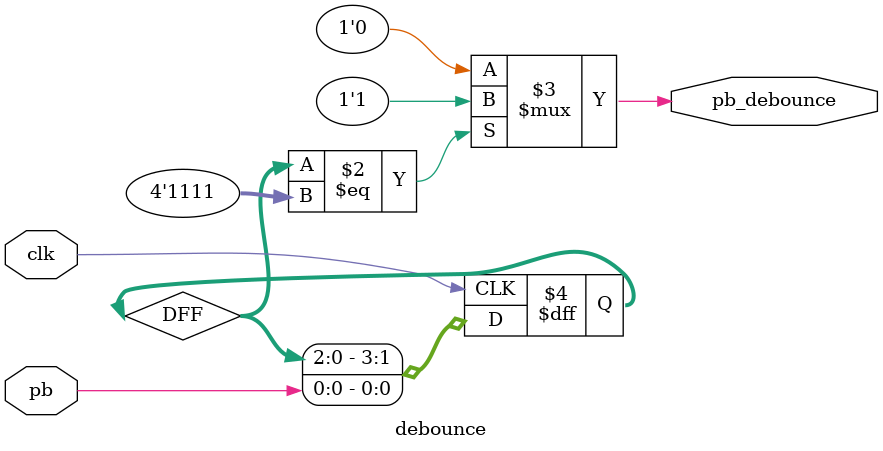
<source format=v>
module debounce (pb, clk, pb_debounce);
    input pb, clk;
    output pb_debounce;

    reg [3:0] DFF;

    always @(posedge clk) begin
        DFF[3:1] <= DFF[2:0];
        DFF[0] <= pb;
    end

assign pb_debounce = ((DFF == 4'b1111)? 1'b1 : 1'b0);
    
endmodule
</source>
